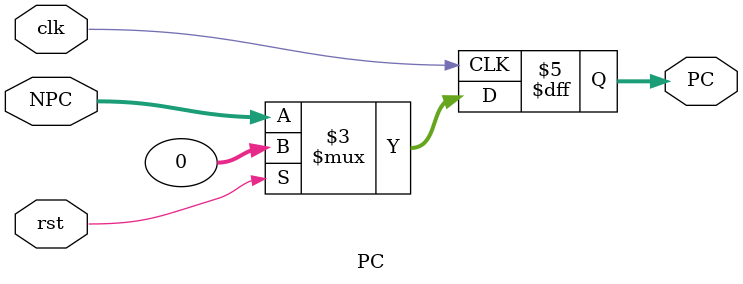
<source format=v>
module PC( clk, rst, NPC, PC );

  input              clk;
  input              rst;
  input       [31:0] NPC;
  output reg  [31:0] PC;

  always @(negedge clk)
    if (rst) 
      PC <= 32'h0000_0000;
//      PC <= 32'h0000_3000;
    else
      PC <= NPC;
      
endmodule


</source>
